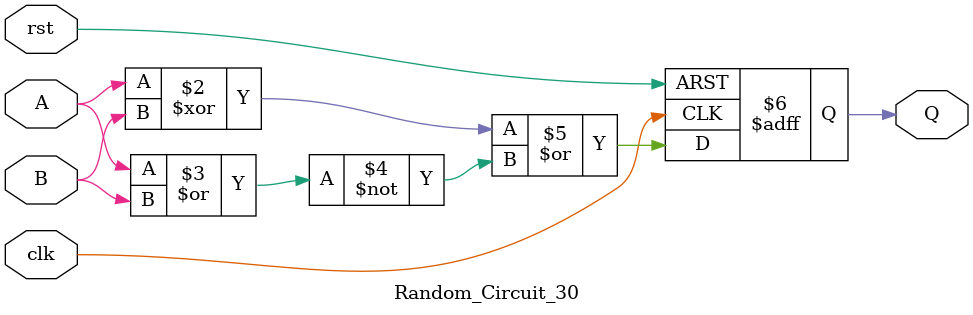
<source format=v>
module Random_Circuit_30 (
    input A, B, clk, rst,
    output reg Q
);
    always @(posedge clk or posedge rst) begin
        if (rst)
            Q <= 0;
        else
            Q <= (A ^ B) | ~(A | B);  // XOR, NOR logic
    end
endmodule

</source>
